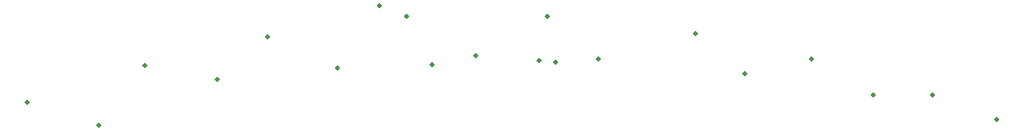
<source format=gbr>
%TF.GenerationSoftware,Altium Limited,Altium Designer,24.7.2 (38)*%
G04 Layer_Color=0*
%FSLAX45Y45*%
%MOMM*%
%TF.SameCoordinates,B6918A48-4A74-411C-9F4E-45D1434950E3*%
%TF.FilePolarity,Positive*%
%TF.FileFunction,Plated,1,2,PTH,Drill*%
%TF.Part,Single*%
G01*
G75*
%TA.AperFunction,ViaDrill,NotFilled*%
%ADD36C,0.50000*%
D36*
X14427200Y6299200D02*
D03*
X15138400Y5892800D02*
D03*
X15875000Y6299200D02*
D03*
X17399001Y6121400D02*
D03*
X19837399Y5486400D02*
D03*
X20497800Y5232400D02*
D03*
X14146272Y6409948D02*
D03*
X14693900Y5798820D02*
D03*
X10521691Y5406649D02*
D03*
X11265911Y5167889D02*
D03*
X11735811Y5785109D02*
D03*
X12484100Y5641340D02*
D03*
X13000731Y6082289D02*
D03*
X13721080Y5765800D02*
D03*
X16398241Y5852160D02*
D03*
X17909540Y5699760D02*
D03*
X18590260Y5852160D02*
D03*
X15789651Y5838449D02*
D03*
X15958820Y5819140D02*
D03*
X19227800Y5486400D02*
D03*
%TF.MD5,456ad068e5e278b2c9b78f98f70e71a0*%
M02*

</source>
